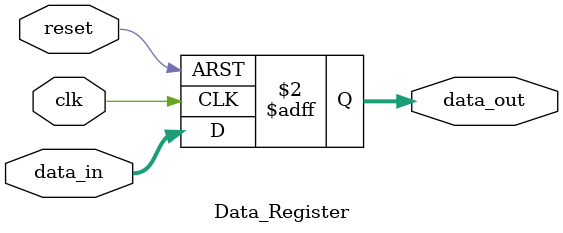
<source format=v>
module Data_Register (
    input clk,
    input reset,
    input [15:0] data_in,
    output reg [15:0] data_out
);
    always @(posedge clk or posedge reset) begin
        if (reset)
            data_out <= 16'b0;
        else
            data_out <= data_in;
    end
endmodule

</source>
